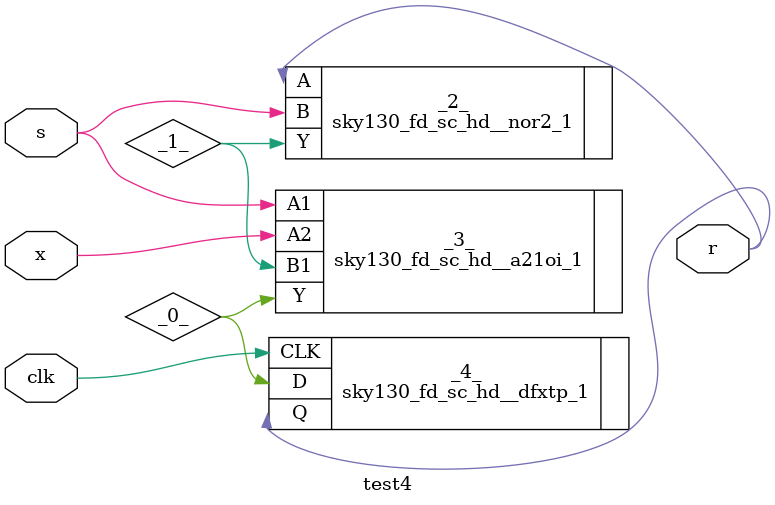
<source format=v>
/* Generated by Yosys 0.9 (git sha1 1979e0b) */

module test4(x, s, clk, r);
  wire _0_;
  wire _1_;
  input clk;
  output r;
  input s;
  input x;
  sky130_fd_sc_hd__nor2_1 _2_ (
    .A(r),
    .B(s),
    .Y(_1_)
  );
  sky130_fd_sc_hd__a21oi_1 _3_ (
    .A1(s),
    .A2(x),
    .B1(_1_),
    .Y(_0_)
  );
  sky130_fd_sc_hd__dfxtp_1 _4_ (
    .CLK(clk),
    .D(_0_),
    .Q(r)
  );
endmodule

</source>
